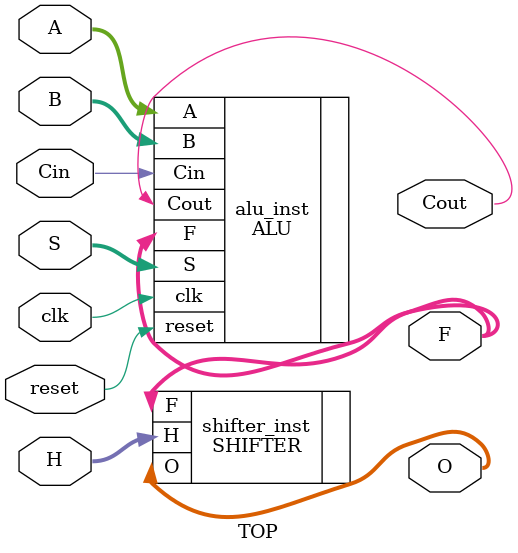
<source format=v>
/*
module TOP(A,B,S,Cin,H,clk,reset,Cout,F,O);
input A,B,S,Cin,H,clk,reset;
input [3:0]F;
output Cout;
output [3:0]O;

ALU alu(.A(A),.B(B),.S(S),.Cin(Cin),.clk(clk),.reset(reset),.F(F),.Cout(Cout));
SHIFTER shifter(.F(F),.H(H),.O(O));
endmodule
*/

module TOP (
	input [3:0] A,
	input [3:0] B,
	input [2:0] S,
	input Cin,
	input clk,
	input reset,
	input [1:0] H,
	output [3:0] O,
	output [3:0] F,
	output Cout
	);
ALU alu_inst (
	.A(A),
	.B(B),
	.S(S),
	.Cin(Cin),
	.clk(clk),
	.reset(reset),
	.Cout(Cout),
	.F(F)
	);
SHIFTER shifter_inst (
	.F(F),
	.H(H),
	.O(O)
	);
endmodule

</source>
